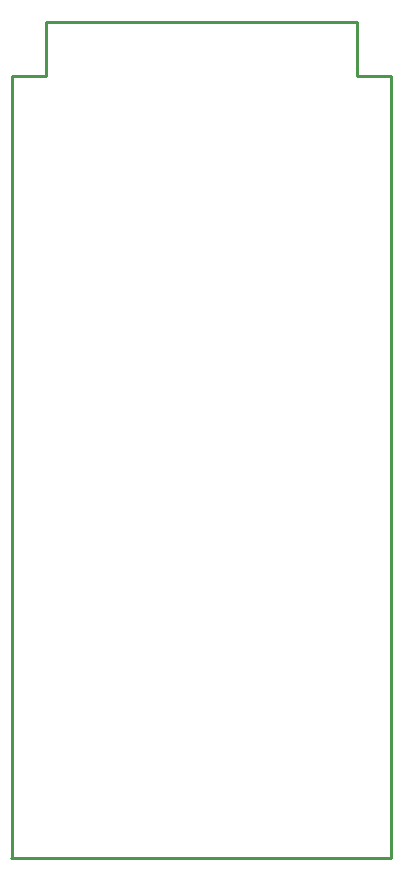
<source format=gm1>
G04*
G04 #@! TF.GenerationSoftware,Altium Limited,Altium Designer,20.0.2 (26)*
G04*
G04 Layer_Color=16711935*
%FSLAX25Y25*%
%MOIN*%
G70*
G01*
G75*
%ADD55C,0.01000*%
D55*
X572500Y59750D02*
Y101500D01*
X699000Y59750D02*
Y101500D01*
X572500Y320000D02*
X584000D01*
X687500D02*
X699000D01*
X584000Y338000D02*
X687500D01*
Y320000D02*
Y338000D01*
X584000Y320000D02*
Y338000D01*
X699000Y278500D02*
Y320000D01*
X572500Y278500D02*
Y320000D01*
X572250Y59500D02*
X585250D01*
X572500Y101500D02*
Y278500D01*
X699000Y101500D02*
Y278500D01*
X585250Y59500D02*
X698750D01*
M02*

</source>
